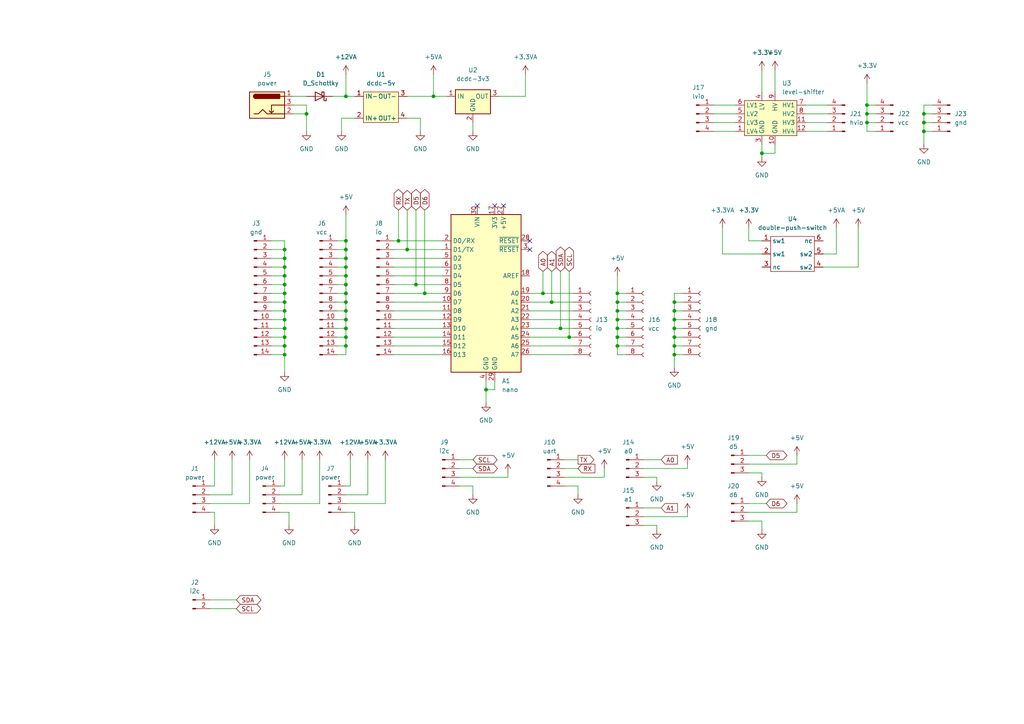
<source format=kicad_sch>
(kicad_sch (version 20211123) (generator eeschema)
  (paper "A4")
  (lib_symbols
    (symbol "Connector:Barrel_Jack_Switch" (pin_names hide)
      (property "Reference" "J" (at 0 5.334 0))
      (property "Value" "Barrel_Jack_Switch" (at 0 -5.08 0))
      (symbol "Barrel_Jack_Switch_0_1"
        (rectangle (start -5.08 3.81) (end 5.08 -3.81) (stroke (width 0.254)) (fill (type background)))
        (arc (start -3.302 3.175) (mid -3.937 2.54) (end -3.302 1.905) (stroke (width 0.254)))
        (arc (start -3.302 3.175) (mid -3.937 2.54) (end -3.302 1.905) (stroke (width 0.254)) (fill (type outline)))
        (polyline (pts (xy 1.27 -2.286) (xy 1.905 -1.651)) (stroke (width 0.254)))
        (polyline (pts (xy 5.08 2.54) (xy 3.81 2.54)) (stroke (width 0.254)))
        (polyline (pts (xy 5.08 0) (xy 1.27 0) (xy 1.27 -2.286) (xy 0.635 -1.651)) (stroke (width 0.254)))
        (polyline (pts (xy -3.81 -2.54) (xy -2.54 -2.54) (xy -1.27 -1.27) (xy 0 -2.54) (xy 2.54 -2.54) (xy 5.08 -2.54)) (stroke (width 0.254)))
        (rectangle (start 3.683 3.175) (end -3.302 1.905) (stroke (width 0.254)) (fill (type outline)))
      )
      (symbol "Barrel_Jack_Switch_1_1"
        (pin passive line (at 7.62 2.54 180) (length 2.54) (name "~") (number "1"))
        (pin passive line (at 7.62 -2.54 180) (length 2.54) (name "~") (number "2"))
        (pin passive line (at 7.62 0 180) (length 2.54) (name "~") (number "3"))
      )
    )
    (symbol "Connector:Conn_01x02_Male" (pin_names (offset 1.016) hide)
      (property "Reference" "J" (at 0 2.54 0))
      (property "Value" "Conn_01x02_Male" (at 0 -5.08 0))
      (symbol "Conn_01x02_Male_1_1"
        (polyline (pts (xy 1.27 -2.54) (xy 0.8636 -2.54)) (stroke (width 0.1524)))
        (polyline (pts (xy 1.27 0) (xy 0.8636 0)) (stroke (width 0.1524)))
        (rectangle (start 0.8636 -2.413) (end 0 -2.667) (stroke (width 0.1524)) (fill (type outline)))
        (rectangle (start 0.8636 0.127) (end 0 -0.127) (stroke (width 0.1524)) (fill (type outline)))
        (pin passive line (at 5.08 0 180) (length 3.81) (name "Pin_1") (number "1"))
        (pin passive line (at 5.08 -2.54 180) (length 3.81) (name "Pin_2") (number "2"))
      )
    )
    (symbol "Connector:Conn_01x03_Male" (pin_names (offset 1.016) hide)
      (property "Reference" "J" (at 0 5.08 0))
      (property "Value" "Conn_01x03_Male" (at 0 -5.08 0))
      (symbol "Conn_01x03_Male_1_1"
        (polyline (pts (xy 1.27 -2.54) (xy 0.8636 -2.54)) (stroke (width 0.1524)))
        (polyline (pts (xy 1.27 0) (xy 0.8636 0)) (stroke (width 0.1524)))
        (polyline (pts (xy 1.27 2.54) (xy 0.8636 2.54)) (stroke (width 0.1524)))
        (rectangle (start 0.8636 -2.413) (end 0 -2.667) (stroke (width 0.1524)) (fill (type outline)))
        (rectangle (start 0.8636 0.127) (end 0 -0.127) (stroke (width 0.1524)) (fill (type outline)))
        (rectangle (start 0.8636 2.667) (end 0 2.413) (stroke (width 0.1524)) (fill (type outline)))
        (pin passive line (at 5.08 2.54 180) (length 3.81) (name "Pin_1") (number "1"))
        (pin passive line (at 5.08 0 180) (length 3.81) (name "Pin_2") (number "2"))
        (pin passive line (at 5.08 -2.54 180) (length 3.81) (name "Pin_3") (number "3"))
      )
    )
    (symbol "Connector:Conn_01x04_Male" (pin_names (offset 1.016) hide)
      (property "Reference" "J" (at 0 5.08 0))
      (property "Value" "Conn_01x04_Male" (at 0 -7.62 0))
      (symbol "Conn_01x04_Male_1_1"
        (polyline (pts (xy 1.27 -5.08) (xy 0.8636 -5.08)) (stroke (width 0.1524)))
        (polyline (pts (xy 1.27 -2.54) (xy 0.8636 -2.54)) (stroke (width 0.1524)))
        (polyline (pts (xy 1.27 0) (xy 0.8636 0)) (stroke (width 0.1524)))
        (polyline (pts (xy 1.27 2.54) (xy 0.8636 2.54)) (stroke (width 0.1524)))
        (rectangle (start 0.8636 -4.953) (end 0 -5.207) (stroke (width 0.1524)) (fill (type outline)))
        (rectangle (start 0.8636 -2.413) (end 0 -2.667) (stroke (width 0.1524)) (fill (type outline)))
        (rectangle (start 0.8636 0.127) (end 0 -0.127) (stroke (width 0.1524)) (fill (type outline)))
        (rectangle (start 0.8636 2.667) (end 0 2.413) (stroke (width 0.1524)) (fill (type outline)))
        (pin passive line (at 5.08 2.54 180) (length 3.81) (name "Pin_1") (number "1"))
        (pin passive line (at 5.08 0 180) (length 3.81) (name "Pin_2") (number "2"))
        (pin passive line (at 5.08 -2.54 180) (length 3.81) (name "Pin_3") (number "3"))
        (pin passive line (at 5.08 -5.08 180) (length 3.81) (name "Pin_4") (number "4"))
      )
    )
    (symbol "Connector:Conn_01x08_Female" (pin_names (offset 1.016) hide)
      (property "Reference" "J" (at 0 10.16 0))
      (property "Value" "Conn_01x08_Female" (at 0 -12.7 0))
      (symbol "Conn_01x08_Female_1_1"
        (arc (start 0 -9.652) (mid -0.508 -10.16) (end 0 -10.668) (stroke (width 0.1524)))
        (arc (start 0 -7.112) (mid -0.508 -7.62) (end 0 -8.128) (stroke (width 0.1524)))
        (arc (start 0 -4.572) (mid -0.508 -5.08) (end 0 -5.588) (stroke (width 0.1524)))
        (arc (start 0 -2.032) (mid -0.508 -2.54) (end 0 -3.048) (stroke (width 0.1524)))
        (polyline (pts (xy -1.27 -10.16) (xy -0.508 -10.16)) (stroke (width 0.1524)))
        (polyline (pts (xy -1.27 -7.62) (xy -0.508 -7.62)) (stroke (width 0.1524)))
        (polyline (pts (xy -1.27 -5.08) (xy -0.508 -5.08)) (stroke (width 0.1524)))
        (polyline (pts (xy -1.27 -2.54) (xy -0.508 -2.54)) (stroke (width 0.1524)))
        (polyline (pts (xy -1.27 0) (xy -0.508 0)) (stroke (width 0.1524)))
        (polyline (pts (xy -1.27 2.54) (xy -0.508 2.54)) (stroke (width 0.1524)))
        (polyline (pts (xy -1.27 5.08) (xy -0.508 5.08)) (stroke (width 0.1524)))
        (polyline (pts (xy -1.27 7.62) (xy -0.508 7.62)) (stroke (width 0.1524)))
        (arc (start 0 0.508) (mid -0.508 0) (end 0 -0.508) (stroke (width 0.1524)))
        (arc (start 0 3.048) (mid -0.508 2.54) (end 0 2.032) (stroke (width 0.1524)))
        (arc (start 0 5.588) (mid -0.508 5.08) (end 0 4.572) (stroke (width 0.1524)))
        (arc (start 0 8.128) (mid -0.508 7.62) (end 0 7.112) (stroke (width 0.1524)))
        (pin passive line (at -5.08 7.62 0) (length 3.81) (name "Pin_1") (number "1"))
        (pin passive line (at -5.08 5.08 0) (length 3.81) (name "Pin_2") (number "2"))
        (pin passive line (at -5.08 2.54 0) (length 3.81) (name "Pin_3") (number "3"))
        (pin passive line (at -5.08 0 0) (length 3.81) (name "Pin_4") (number "4"))
        (pin passive line (at -5.08 -2.54 0) (length 3.81) (name "Pin_5") (number "5"))
        (pin passive line (at -5.08 -5.08 0) (length 3.81) (name "Pin_6") (number "6"))
        (pin passive line (at -5.08 -7.62 0) (length 3.81) (name "Pin_7") (number "7"))
        (pin passive line (at -5.08 -10.16 0) (length 3.81) (name "Pin_8") (number "8"))
      )
    )
    (symbol "Connector:Conn_01x14_Male" (pin_names (offset 1.016) hide)
      (property "Reference" "J" (at 0 17.78 0))
      (property "Value" "Conn_01x14_Male" (at 0 -20.32 0))
      (symbol "Conn_01x14_Male_1_1"
        (polyline (pts (xy 1.27 -17.78) (xy 0.8636 -17.78)) (stroke (width 0.1524)))
        (polyline (pts (xy 1.27 -15.24) (xy 0.8636 -15.24)) (stroke (width 0.1524)))
        (polyline (pts (xy 1.27 -12.7) (xy 0.8636 -12.7)) (stroke (width 0.1524)))
        (polyline (pts (xy 1.27 -10.16) (xy 0.8636 -10.16)) (stroke (width 0.1524)))
        (polyline (pts (xy 1.27 -7.62) (xy 0.8636 -7.62)) (stroke (width 0.1524)))
        (polyline (pts (xy 1.27 -5.08) (xy 0.8636 -5.08)) (stroke (width 0.1524)))
        (polyline (pts (xy 1.27 -2.54) (xy 0.8636 -2.54)) (stroke (width 0.1524)))
        (polyline (pts (xy 1.27 0) (xy 0.8636 0)) (stroke (width 0.1524)))
        (polyline (pts (xy 1.27 2.54) (xy 0.8636 2.54)) (stroke (width 0.1524)))
        (polyline (pts (xy 1.27 5.08) (xy 0.8636 5.08)) (stroke (width 0.1524)))
        (polyline (pts (xy 1.27 7.62) (xy 0.8636 7.62)) (stroke (width 0.1524)))
        (polyline (pts (xy 1.27 10.16) (xy 0.8636 10.16)) (stroke (width 0.1524)))
        (polyline (pts (xy 1.27 12.7) (xy 0.8636 12.7)) (stroke (width 0.1524)))
        (polyline (pts (xy 1.27 15.24) (xy 0.8636 15.24)) (stroke (width 0.1524)))
        (rectangle (start 0.8636 -17.653) (end 0 -17.907) (stroke (width 0.1524)) (fill (type outline)))
        (rectangle (start 0.8636 -15.113) (end 0 -15.367) (stroke (width 0.1524)) (fill (type outline)))
        (rectangle (start 0.8636 -12.573) (end 0 -12.827) (stroke (width 0.1524)) (fill (type outline)))
        (rectangle (start 0.8636 -10.033) (end 0 -10.287) (stroke (width 0.1524)) (fill (type outline)))
        (rectangle (start 0.8636 -7.493) (end 0 -7.747) (stroke (width 0.1524)) (fill (type outline)))
        (rectangle (start 0.8636 -4.953) (end 0 -5.207) (stroke (width 0.1524)) (fill (type outline)))
        (rectangle (start 0.8636 -2.413) (end 0 -2.667) (stroke (width 0.1524)) (fill (type outline)))
        (rectangle (start 0.8636 0.127) (end 0 -0.127) (stroke (width 0.1524)) (fill (type outline)))
        (rectangle (start 0.8636 2.667) (end 0 2.413) (stroke (width 0.1524)) (fill (type outline)))
        (rectangle (start 0.8636 5.207) (end 0 4.953) (stroke (width 0.1524)) (fill (type outline)))
        (rectangle (start 0.8636 7.747) (end 0 7.493) (stroke (width 0.1524)) (fill (type outline)))
        (rectangle (start 0.8636 10.287) (end 0 10.033) (stroke (width 0.1524)) (fill (type outline)))
        (rectangle (start 0.8636 12.827) (end 0 12.573) (stroke (width 0.1524)) (fill (type outline)))
        (rectangle (start 0.8636 15.367) (end 0 15.113) (stroke (width 0.1524)) (fill (type outline)))
        (pin passive line (at 5.08 15.24 180) (length 3.81) (name "Pin_1") (number "1"))
        (pin passive line (at 5.08 -7.62 180) (length 3.81) (name "Pin_10") (number "10"))
        (pin passive line (at 5.08 -10.16 180) (length 3.81) (name "Pin_11") (number "11"))
        (pin passive line (at 5.08 -12.7 180) (length 3.81) (name "Pin_12") (number "12"))
        (pin passive line (at 5.08 -15.24 180) (length 3.81) (name "Pin_13") (number "13"))
        (pin passive line (at 5.08 -17.78 180) (length 3.81) (name "Pin_14") (number "14"))
        (pin passive line (at 5.08 12.7 180) (length 3.81) (name "Pin_2") (number "2"))
        (pin passive line (at 5.08 10.16 180) (length 3.81) (name "Pin_3") (number "3"))
        (pin passive line (at 5.08 7.62 180) (length 3.81) (name "Pin_4") (number "4"))
        (pin passive line (at 5.08 5.08 180) (length 3.81) (name "Pin_5") (number "5"))
        (pin passive line (at 5.08 2.54 180) (length 3.81) (name "Pin_6") (number "6"))
        (pin passive line (at 5.08 0 180) (length 3.81) (name "Pin_7") (number "7"))
        (pin passive line (at 5.08 -2.54 180) (length 3.81) (name "Pin_8") (number "8"))
        (pin passive line (at 5.08 -5.08 180) (length 3.81) (name "Pin_9") (number "9"))
      )
    )
    (symbol "Converter_DCDC:OKI-78SR-3.3_1.5-W36-C"
      (property "Reference" "U" (at -3.81 3.175 0))
      (property "Value" "OKI-78SR-3.3_1.5-W36-C" (at 0 3.175 0))
      (symbol "OKI-78SR-3.3_1.5-W36-C_0_1"
        (rectangle (start -5.08 1.905) (end 5.08 -5.08) (stroke (width 0.254)) (fill (type background)))
      )
      (symbol "OKI-78SR-3.3_1.5-W36-C_1_1"
        (pin power_in line (at -7.62 0 0) (length 2.54) (name "IN") (number "1"))
        (pin power_in line (at 0 -7.62 90) (length 2.54) (name "GND") (number "2"))
        (pin power_out line (at 7.62 0 180) (length 2.54) (name "OUT") (number "3"))
      )
    )
    (symbol "Device:D_Schottky" (pin_numbers hide) (pin_names (offset 1.016) hide)
      (property "Reference" "D" (at 0 2.54 0))
      (property "Value" "D_Schottky" (at 0 -2.54 0))
      (symbol "D_Schottky_0_1"
        (polyline (pts (xy 1.27 0) (xy -1.27 0)))
        (polyline (pts (xy 1.27 1.27) (xy 1.27 -1.27) (xy -1.27 0) (xy 1.27 1.27)) (stroke (width 0.254)))
        (polyline (pts (xy -1.905 0.635) (xy -1.905 1.27) (xy -1.27 1.27) (xy -1.27 -1.27) (xy -0.635 -1.27) (xy -0.635 -0.635)) (stroke (width 0.254)))
      )
      (symbol "D_Schottky_1_1"
        (pin passive line (at -3.81 0 0) (length 2.54) (name "K") (number "1"))
        (pin passive line (at 3.81 0 180) (length 2.54) (name "A") (number "2"))
      )
    )
    (symbol "MCU_Module:Arduino_Nano_v3.x"
      (property "Reference" "A" (at -10.16 23.495 0))
      (property "Value" "Arduino_Nano_v3.x" (at 5.08 -24.13 0))
      (symbol "Arduino_Nano_v3.x_0_1"
        (rectangle (start -10.16 22.86) (end 10.16 -22.86) (stroke (width 0.254)) (fill (type background)))
      )
      (symbol "Arduino_Nano_v3.x_1_1"
        (pin bidirectional line (at -12.7 12.7 0) (length 2.54) (name "D1/TX") (number "1"))
        (pin bidirectional line (at -12.7 -2.54 0) (length 2.54) (name "D7") (number "10"))
        (pin bidirectional line (at -12.7 -5.08 0) (length 2.54) (name "D8") (number "11"))
        (pin bidirectional line (at -12.7 -7.62 0) (length 2.54) (name "D9") (number "12"))
        (pin bidirectional line (at -12.7 -10.16 0) (length 2.54) (name "D10") (number "13"))
        (pin bidirectional line (at -12.7 -12.7 0) (length 2.54) (name "D11") (number "14"))
        (pin bidirectional line (at -12.7 -15.24 0) (length 2.54) (name "D12") (number "15"))
        (pin bidirectional line (at -12.7 -17.78 0) (length 2.54) (name "D13") (number "16"))
        (pin power_out line (at 2.54 25.4 270) (length 2.54) (name "3V3") (number "17"))
        (pin input line (at 12.7 5.08 180) (length 2.54) (name "AREF") (number "18"))
        (pin bidirectional line (at 12.7 0 180) (length 2.54) (name "A0") (number "19"))
        (pin bidirectional line (at -12.7 15.24 0) (length 2.54) (name "D0/RX") (number "2"))
        (pin bidirectional line (at 12.7 -2.54 180) (length 2.54) (name "A1") (number "20"))
        (pin bidirectional line (at 12.7 -5.08 180) (length 2.54) (name "A2") (number "21"))
        (pin bidirectional line (at 12.7 -7.62 180) (length 2.54) (name "A3") (number "22"))
        (pin bidirectional line (at 12.7 -10.16 180) (length 2.54) (name "A4") (number "23"))
        (pin bidirectional line (at 12.7 -12.7 180) (length 2.54) (name "A5") (number "24"))
        (pin bidirectional line (at 12.7 -15.24 180) (length 2.54) (name "A6") (number "25"))
        (pin bidirectional line (at 12.7 -17.78 180) (length 2.54) (name "A7") (number "26"))
        (pin power_out line (at 5.08 25.4 270) (length 2.54) (name "+5V") (number "27"))
        (pin input line (at 12.7 15.24 180) (length 2.54) (name "~{RESET}") (number "28"))
        (pin power_in line (at 2.54 -25.4 90) (length 2.54) (name "GND") (number "29"))
        (pin input line (at 12.7 12.7 180) (length 2.54) (name "~{RESET}") (number "3"))
        (pin power_in line (at -2.54 25.4 270) (length 2.54) (name "VIN") (number "30"))
        (pin power_in line (at 0 -25.4 90) (length 2.54) (name "GND") (number "4"))
        (pin bidirectional line (at -12.7 10.16 0) (length 2.54) (name "D2") (number "5"))
        (pin bidirectional line (at -12.7 7.62 0) (length 2.54) (name "D3") (number "6"))
        (pin bidirectional line (at -12.7 5.08 0) (length 2.54) (name "D4") (number "7"))
        (pin bidirectional line (at -12.7 2.54 0) (length 2.54) (name "D5") (number "8"))
        (pin bidirectional line (at -12.7 0 0) (length 2.54) (name "D6") (number "9"))
      )
    )
    (symbol "My_Library:dcdc-converter"
      (property "Reference" "U" (at 0 0 0))
      (property "Value" "dcdc-converter" (at 0 0 0))
      (symbol "dcdc-converter_0_1"
        (rectangle (start 5.08 -3.81) (end -5.08 5.08) (fill (type background)))
      )
      (symbol "dcdc-converter_1_1"
        (pin power_in line (at -7.62 3.81 0) (length 2.54) (name "IN-") (number "1"))
        (pin power_in line (at -7.62 -2.54 0) (length 2.54) (name "IN+") (number "2"))
        (pin power_out line (at 7.62 3.81 180) (length 2.54) (name "OUT-") (number "3"))
        (pin power_out line (at 7.62 -2.54 180) (length 2.54) (name "OUT+") (number "4"))
      )
    )
    (symbol "My_Library:double-push-switch"
      (property "Reference" "U" (at 0 0 0))
      (property "Value" "double-push-switch" (at 0 8.89 0))
      (symbol "double-push-switch_0_1"
        (rectangle (start -6.35 5.08) (end 6.35 -5.08))
      )
      (symbol "double-push-switch_1_1"
        (pin power_out line (at -8.89 3.81 0) (length 2.54) (name "sw1") (number "1"))
        (pin power_in line (at -8.89 0 0) (length 2.54) (name "sw1") (number "2"))
        (pin free line (at -8.89 -3.81 0) (length 2.54) (name "nc") (number "3"))
        (pin power_out line (at 8.89 -3.81 180) (length 2.54) (name "sw2") (number "4"))
        (pin power_in line (at 8.89 0 180) (length 2.54) (name "sw2") (number "5"))
        (pin free line (at 8.89 3.81 180) (length 2.54) (name "nc") (number "6"))
      )
    )
    (symbol "My_Library:level-shifter"
      (property "Reference" "U" (at 0 0 0))
      (property "Value" "level-shifter" (at 0 0 0))
      (symbol "level-shifter_0_1"
        (rectangle (start -3.81 3.81) (end 11.43 -6.35) (fill (type background)))
      )
      (symbol "level-shifter_1_1"
        (pin bidirectional line (at -6.35 -5.08 0) (length 2.54) (name "LV4") (number "1"))
        (pin power_in line (at 5.08 -8.89 90) (length 2.54) (name "GND") (number "10"))
        (pin bidirectional line (at 13.97 -2.54 180) (length 2.54) (name "HV3") (number "11"))
        (pin bidirectional line (at 13.97 -5.08 180) (length 2.54) (name "HV4") (number "12"))
        (pin bidirectional line (at -6.35 -2.54 0) (length 2.54) (name "LV3") (number "2"))
        (pin power_in line (at 1.27 -8.89 90) (length 2.54) (name "GND") (number "3"))
        (pin power_in line (at 1.27 6.35 270) (length 2.54) (name "LV") (number "4"))
        (pin bidirectional line (at -6.35 0 0) (length 2.54) (name "LV2") (number "5"))
        (pin bidirectional line (at -6.35 2.54 0) (length 2.54) (name "LV1") (number "6"))
        (pin bidirectional line (at 13.97 2.54 180) (length 2.54) (name "HV1") (number "7"))
        (pin bidirectional line (at 13.97 0 180) (length 2.54) (name "HV2") (number "8"))
        (pin power_in line (at 5.08 6.35 270) (length 2.54) (name "HV") (number "9"))
      )
    )
    (symbol "power:+12VA" (power) (pin_names (offset 0))
      (property "Value" "+12VA" (at 0 3.556 0))
      (symbol "+12VA_0_1"
        (polyline (pts (xy -0.762 1.27) (xy 0 2.54)))
        (polyline (pts (xy 0 0) (xy 0 2.54)))
        (polyline (pts (xy 0 2.54) (xy 0.762 1.27)))
      )
      (symbol "+12VA_1_1"
        (pin power_in line (at 0 0 90) (length 0) hide (name "+12VA") (number "1"))
      )
    )
    (symbol "power:+3.3V" (power) (pin_names (offset 0))
      (property "Value" "+3.3V" (at 0 3.556 0))
      (symbol "+3.3V_0_1"
        (polyline (pts (xy -0.762 1.27) (xy 0 2.54)))
        (polyline (pts (xy 0 0) (xy 0 2.54)))
        (polyline (pts (xy 0 2.54) (xy 0.762 1.27)))
      )
      (symbol "+3.3V_1_1"
        (pin power_in line (at 0 0 90) (length 0) hide (name "+3.3V") (number "1"))
      )
    )
    (symbol "power:+3.3VA" (power) (pin_names (offset 0))
      (property "Value" "+3.3VA" (at 0 3.556 0))
      (symbol "+3.3VA_0_1"
        (polyline (pts (xy -0.762 1.27) (xy 0 2.54)))
        (polyline (pts (xy 0 0) (xy 0 2.54)))
        (polyline (pts (xy 0 2.54) (xy 0.762 1.27)))
      )
      (symbol "+3.3VA_1_1"
        (pin power_in line (at 0 0 90) (length 0) hide (name "+3.3VA") (number "1"))
      )
    )
    (symbol "power:+5V" (power) (pin_names (offset 0))
      (property "Value" "+5V" (at 0 3.556 0))
      (symbol "+5V_0_1"
        (polyline (pts (xy -0.762 1.27) (xy 0 2.54)))
        (polyline (pts (xy 0 0) (xy 0 2.54)))
        (polyline (pts (xy 0 2.54) (xy 0.762 1.27)))
      )
      (symbol "+5V_1_1"
        (pin power_in line (at 0 0 90) (length 0) hide (name "+5V") (number "1"))
      )
    )
    (symbol "power:+5VA" (power) (pin_names (offset 0))
      (property "Value" "+5VA" (at 0 3.556 0))
      (symbol "+5VA_0_1"
        (polyline (pts (xy -0.762 1.27) (xy 0 2.54)))
        (polyline (pts (xy 0 0) (xy 0 2.54)))
        (polyline (pts (xy 0 2.54) (xy 0.762 1.27)))
      )
      (symbol "+5VA_1_1"
        (pin power_in line (at 0 0 90) (length 0) hide (name "+5VA") (number "1"))
      )
    )
    (symbol "power:GND" (power) (pin_names (offset 0))
      (property "Value" "GND" (at 0 -3.81 0))
      (symbol "GND_0_1"
        (polyline (pts (xy 0 0) (xy 0 -1.27) (xy 1.27 -1.27) (xy 0 -2.54) (xy -1.27 -1.27) (xy 0 -1.27)))
      )
      (symbol "GND_1_1"
        (pin power_in line (at 0 0 270) (length 0) hide (name "GND") (number "1"))
      )
    )
  )
  (junction (at 100.33 95.25))
  (junction (at 100.33 92.71))
  (junction (at 82.55 100.33))
  (junction (at 267.97 33.02))
  (junction (at 179.07 87.63))
  (junction (at 220.98 44.45))
  (junction (at 162.56 95.25))
  (junction (at 140.97 113.03))
  (junction (at 118.11 72.39))
  (junction (at 100.33 87.63))
  (junction (at 100.33 74.93))
  (junction (at 82.55 72.39))
  (junction (at 82.55 97.79))
  (junction (at 82.55 92.71))
  (junction (at 100.33 80.01))
  (junction (at 179.07 90.17))
  (junction (at 82.55 87.63))
  (junction (at 100.33 82.55))
  (junction (at 123.19 85.09))
  (junction (at 179.07 95.25))
  (junction (at 82.55 102.87))
  (junction (at 100.33 90.17))
  (junction (at 82.55 82.55))
  (junction (at 100.33 85.09))
  (junction (at 267.97 38.1))
  (junction (at 82.55 95.25))
  (junction (at 82.55 77.47))
  (junction (at 195.58 87.63))
  (junction (at 82.55 85.09))
  (junction (at 195.58 95.25))
  (junction (at 251.46 35.56))
  (junction (at 82.55 90.17))
  (junction (at 100.33 77.47))
  (junction (at 100.33 69.85))
  (junction (at 115.57 69.85))
  (junction (at 100.33 27.94))
  (junction (at 179.07 100.33))
  (junction (at 100.33 100.33))
  (junction (at 179.07 92.71))
  (junction (at 267.97 35.56))
  (junction (at 179.07 97.79))
  (junction (at 125.73 27.94))
  (junction (at 120.65 82.55))
  (junction (at 82.55 80.01))
  (junction (at 157.48 85.09))
  (junction (at 88.9 33.02))
  (junction (at 195.58 100.33))
  (junction (at 160.02 87.63))
  (junction (at 179.07 85.09))
  (junction (at 195.58 97.79))
  (junction (at 251.46 33.02))
  (junction (at 195.58 102.87))
  (junction (at 100.33 97.79))
  (junction (at 195.58 92.71))
  (junction (at 100.33 72.39))
  (junction (at 251.46 30.48))
  (junction (at 165.1 97.79))
  (junction (at 195.58 90.17))
  (junction (at 82.55 74.93))
  (no_connect (at 146.05 59.69))
  (no_connect (at 143.51 59.69))
  (no_connect (at 138.43 59.69))
  (no_connect (at 153.67 69.85))
  (no_connect (at 153.67 72.39))
  (wire (pts (xy 97.79 77.47) (xy 100.33 77.47)))
  (wire (pts (xy 81.28 148.59) (xy 83.82 148.59)))
  (wire (pts (xy 133.35 140.97) (xy 137.16 140.97)))
  (wire (pts (xy 114.3 102.87) (xy 128.27 102.87)))
  (wire (pts (xy 179.07 80.01) (xy 179.07 85.09)))
  (wire (pts (xy 85.09 27.94) (xy 88.9 27.94)))
  (wire (pts (xy 60.96 143.51) (xy 67.31 143.51)))
  (wire (pts (xy 100.33 77.47) (xy 100.33 74.93)))
  (wire (pts (xy 231.14 148.59) (xy 231.14 146.05)))
  (wire (pts (xy 186.69 152.4) (xy 190.5 152.4)))
  (wire (pts (xy 251.46 30.48) (xy 251.46 33.02)))
  (wire (pts (xy 97.79 82.55) (xy 100.33 82.55)))
  (wire (pts (xy 238.76 77.47) (xy 248.92 77.47)))
  (wire (pts (xy 60.96 148.59) (xy 62.23 148.59)))
  (wire (pts (xy 62.23 148.59) (xy 62.23 152.4)))
  (wire (pts (xy 217.17 146.05) (xy 222.25 146.05)))
  (wire (pts (xy 224.79 41.91) (xy 224.79 44.45)))
  (wire (pts (xy 199.39 149.86) (xy 199.39 148.59)))
  (wire (pts (xy 82.55 82.55) (xy 82.55 85.09)))
  (wire (pts (xy 78.74 102.87) (xy 82.55 102.87)))
  (wire (pts (xy 114.3 90.17) (xy 128.27 90.17)))
  (wire (pts (xy 251.46 33.02) (xy 251.46 35.56)))
  (wire (pts (xy 248.92 77.47) (xy 248.92 66.04)))
  (wire (pts (xy 81.28 140.97) (xy 82.55 140.97)))
  (wire (pts (xy 179.07 97.79) (xy 179.07 95.25)))
  (wire (pts (xy 114.3 100.33) (xy 128.27 100.33)))
  (wire (pts (xy 186.69 147.32) (xy 191.77 147.32)))
  (wire (pts (xy 163.83 133.35) (xy 167.64 133.35)))
  (wire (pts (xy 62.23 140.97) (xy 60.96 140.97)))
  (wire (pts (xy 195.58 102.87) (xy 195.58 106.68)))
  (wire (pts (xy 121.92 34.29) (xy 121.92 38.1)))
  (wire (pts (xy 78.74 100.33) (xy 82.55 100.33)))
  (wire (pts (xy 186.69 135.89) (xy 199.39 135.89)))
  (wire (pts (xy 120.65 82.55) (xy 128.27 82.55)))
  (wire (pts (xy 220.98 20.32) (xy 220.98 26.67)))
  (wire (pts (xy 190.5 152.4) (xy 190.5 153.67)))
  (wire (pts (xy 217.17 69.85) (xy 220.98 69.85)))
  (wire (pts (xy 181.61 87.63) (xy 179.07 87.63)))
  (wire (pts (xy 179.07 100.33) (xy 179.07 97.79)))
  (wire (pts (xy 100.33 21.59) (xy 100.33 27.94)))
  (wire (pts (xy 217.17 132.08) (xy 222.25 132.08)))
  (wire (pts (xy 82.55 80.01) (xy 82.55 82.55)))
  (wire (pts (xy 153.67 95.25) (xy 162.56 95.25)))
  (wire (pts (xy 165.1 78.74) (xy 165.1 97.79)))
  (wire (pts (xy 270.51 35.56) (xy 267.97 35.56)))
  (wire (pts (xy 114.3 85.09) (xy 123.19 85.09)))
  (wire (pts (xy 100.33 148.59) (xy 102.87 148.59)))
  (wire (pts (xy 186.69 138.43) (xy 190.5 138.43)))
  (wire (pts (xy 81.28 143.51) (xy 87.63 143.51)))
  (wire (pts (xy 152.4 21.59) (xy 152.4 27.94)))
  (wire (pts (xy 198.12 97.79) (xy 195.58 97.79)))
  (wire (pts (xy 114.3 77.47) (xy 128.27 77.47)))
  (wire (pts (xy 198.12 100.33) (xy 195.58 100.33)))
  (wire (pts (xy 163.83 138.43) (xy 175.26 138.43)))
  (wire (pts (xy 114.3 87.63) (xy 128.27 87.63)))
  (wire (pts (xy 153.67 97.79) (xy 165.1 97.79)))
  (wire (pts (xy 251.46 24.13) (xy 251.46 30.48)))
  (wire (pts (xy 82.55 87.63) (xy 82.55 90.17)))
  (wire (pts (xy 78.74 69.85) (xy 82.55 69.85)))
  (wire (pts (xy 179.07 87.63) (xy 179.07 85.09)))
  (wire (pts (xy 224.79 20.32) (xy 224.79 26.67)))
  (wire (pts (xy 97.79 72.39) (xy 100.33 72.39)))
  (wire (pts (xy 160.02 78.74) (xy 160.02 87.63)))
  (wire (pts (xy 82.55 85.09) (xy 82.55 87.63)))
  (wire (pts (xy 143.51 110.49) (xy 143.51 113.03)))
  (wire (pts (xy 125.73 27.94) (xy 129.54 27.94)))
  (wire (pts (xy 217.17 66.04) (xy 217.17 69.85)))
  (wire (pts (xy 100.33 27.94) (xy 102.87 27.94)))
  (wire (pts (xy 100.33 85.09) (xy 100.33 82.55)))
  (wire (pts (xy 133.35 138.43) (xy 147.32 138.43)))
  (wire (pts (xy 97.79 102.87) (xy 100.33 102.87)))
  (wire (pts (xy 267.97 33.02) (xy 267.97 35.56)))
  (wire (pts (xy 97.79 95.25) (xy 100.33 95.25)))
  (wire (pts (xy 140.97 110.49) (xy 140.97 113.03)))
  (wire (pts (xy 186.69 149.86) (xy 199.39 149.86)))
  (wire (pts (xy 251.46 38.1) (xy 254 38.1)))
  (wire (pts (xy 78.74 77.47) (xy 82.55 77.47)))
  (wire (pts (xy 97.79 80.01) (xy 100.33 80.01)))
  (wire (pts (xy 82.55 92.71) (xy 82.55 95.25)))
  (wire (pts (xy 78.74 90.17) (xy 82.55 90.17)))
  (wire (pts (xy 97.79 74.93) (xy 100.33 74.93)))
  (wire (pts (xy 137.16 35.56) (xy 137.16 38.1)))
  (wire (pts (xy 97.79 92.71) (xy 100.33 92.71)))
  (wire (pts (xy 100.33 97.79) (xy 100.33 95.25)))
  (wire (pts (xy 81.28 146.05) (xy 92.71 146.05)))
  (wire (pts (xy 123.19 60.96) (xy 123.19 85.09)))
  (wire (pts (xy 217.17 151.13) (xy 220.98 151.13)))
  (wire (pts (xy 100.33 140.97) (xy 101.6 140.97)))
  (wire (pts (xy 100.33 92.71) (xy 100.33 90.17)))
  (wire (pts (xy 78.74 95.25) (xy 82.55 95.25)))
  (wire (pts (xy 198.12 95.25) (xy 195.58 95.25)))
  (wire (pts (xy 270.51 38.1) (xy 267.97 38.1)))
  (wire (pts (xy 160.02 87.63) (xy 166.37 87.63)))
  (wire (pts (xy 99.06 34.29) (xy 99.06 38.1)))
  (wire (pts (xy 78.74 85.09) (xy 82.55 85.09)))
  (wire (pts (xy 82.55 69.85) (xy 82.55 72.39)))
  (wire (pts (xy 181.61 92.71) (xy 179.07 92.71)))
  (wire (pts (xy 195.58 95.25) (xy 195.58 97.79)))
  (wire (pts (xy 133.35 133.35) (xy 137.16 133.35)))
  (wire (pts (xy 175.26 138.43) (xy 175.26 135.89)))
  (wire (pts (xy 181.61 100.33) (xy 179.07 100.33)))
  (wire (pts (xy 153.67 92.71) (xy 166.37 92.71)))
  (wire (pts (xy 195.58 87.63) (xy 195.58 90.17)))
  (wire (pts (xy 125.73 21.59) (xy 125.73 27.94)))
  (wire (pts (xy 195.58 90.17) (xy 195.58 92.71)))
  (wire (pts (xy 100.33 82.55) (xy 100.33 80.01)))
  (wire (pts (xy 179.07 90.17) (xy 179.07 87.63)))
  (wire (pts (xy 83.82 148.59) (xy 83.82 152.4)))
  (wire (pts (xy 198.12 87.63) (xy 195.58 87.63)))
  (wire (pts (xy 72.39 146.05) (xy 72.39 133.35)))
  (wire (pts (xy 163.83 135.89) (xy 167.64 135.89)))
  (wire (pts (xy 123.19 85.09) (xy 128.27 85.09)))
  (wire (pts (xy 144.78 27.94) (xy 152.4 27.94)))
  (wire (pts (xy 153.67 85.09) (xy 157.48 85.09)))
  (wire (pts (xy 270.51 33.02) (xy 267.97 33.02)))
  (wire (pts (xy 101.6 140.97) (xy 101.6 133.35)))
  (wire (pts (xy 220.98 41.91) (xy 220.98 44.45)))
  (wire (pts (xy 118.11 27.94) (xy 125.73 27.94)))
  (wire (pts (xy 209.55 73.66) (xy 220.98 73.66)))
  (wire (pts (xy 100.33 72.39) (xy 100.33 69.85)))
  (wire (pts (xy 87.63 143.51) (xy 87.63 133.35)))
  (wire (pts (xy 231.14 134.62) (xy 231.14 132.08)))
  (wire (pts (xy 100.33 74.93) (xy 100.33 72.39)))
  (wire (pts (xy 153.67 87.63) (xy 160.02 87.63)))
  (wire (pts (xy 82.55 140.97) (xy 82.55 133.35)))
  (wire (pts (xy 167.64 140.97) (xy 167.64 143.51)))
  (wire (pts (xy 220.98 151.13) (xy 220.98 153.67)))
  (wire (pts (xy 97.79 85.09) (xy 100.33 85.09)))
  (wire (pts (xy 118.11 34.29) (xy 121.92 34.29)))
  (wire (pts (xy 162.56 78.74) (xy 162.56 95.25)))
  (wire (pts (xy 198.12 92.71) (xy 195.58 92.71)))
  (wire (pts (xy 147.32 138.43) (xy 147.32 137.16)))
  (wire (pts (xy 224.79 44.45) (xy 220.98 44.45)))
  (wire (pts (xy 181.61 95.25) (xy 179.07 95.25)))
  (wire (pts (xy 82.55 77.47) (xy 82.55 80.01)))
  (wire (pts (xy 157.48 78.74) (xy 157.48 85.09)))
  (wire (pts (xy 251.46 35.56) (xy 254 35.56)))
  (wire (pts (xy 67.31 143.51) (xy 67.31 133.35)))
  (wire (pts (xy 207.01 35.56) (xy 213.36 35.56)))
  (wire (pts (xy 220.98 44.45) (xy 220.98 45.72)))
  (wire (pts (xy 195.58 100.33) (xy 195.58 102.87)))
  (wire (pts (xy 186.69 133.35) (xy 191.77 133.35)))
  (wire (pts (xy 207.01 33.02) (xy 213.36 33.02)))
  (wire (pts (xy 100.33 143.51) (xy 106.68 143.51)))
  (wire (pts (xy 133.35 135.89) (xy 137.16 135.89)))
  (wire (pts (xy 60.96 173.99) (xy 68.58 173.99)))
  (wire (pts (xy 140.97 113.03) (xy 140.97 116.84)))
  (wire (pts (xy 217.17 137.16) (xy 220.98 137.16)))
  (wire (pts (xy 114.3 92.71) (xy 128.27 92.71)))
  (wire (pts (xy 181.61 90.17) (xy 179.07 90.17)))
  (wire (pts (xy 209.55 66.04) (xy 209.55 73.66)))
  (wire (pts (xy 179.07 102.87) (xy 179.07 100.33)))
  (wire (pts (xy 233.68 35.56) (xy 240.03 35.56)))
  (wire (pts (xy 238.76 73.66) (xy 242.57 73.66)))
  (wire (pts (xy 82.55 97.79) (xy 82.55 100.33)))
  (wire (pts (xy 267.97 35.56) (xy 267.97 38.1)))
  (wire (pts (xy 88.9 33.02) (xy 88.9 38.1)))
  (wire (pts (xy 100.33 90.17) (xy 100.33 87.63)))
  (wire (pts (xy 179.07 85.09) (xy 181.61 85.09)))
  (wire (pts (xy 88.9 30.48) (xy 88.9 33.02)))
  (wire (pts (xy 100.33 87.63) (xy 100.33 85.09)))
  (wire (pts (xy 195.58 85.09) (xy 195.58 87.63)))
  (wire (pts (xy 114.3 97.79) (xy 128.27 97.79)))
  (wire (pts (xy 251.46 35.56) (xy 251.46 38.1)))
  (wire (pts (xy 270.51 30.48) (xy 267.97 30.48)))
  (wire (pts (xy 153.67 100.33) (xy 166.37 100.33)))
  (wire (pts (xy 199.39 135.89) (xy 199.39 134.62)))
  (wire (pts (xy 97.79 87.63) (xy 100.33 87.63)))
  (wire (pts (xy 233.68 30.48) (xy 240.03 30.48)))
  (wire (pts (xy 181.61 102.87) (xy 179.07 102.87)))
  (wire (pts (xy 143.51 113.03) (xy 140.97 113.03)))
  (wire (pts (xy 100.33 95.25) (xy 100.33 92.71)))
  (wire (pts (xy 198.12 85.09) (xy 195.58 85.09)))
  (wire (pts (xy 60.96 176.53) (xy 68.58 176.53)))
  (wire (pts (xy 82.55 95.25) (xy 82.55 97.79)))
  (wire (pts (xy 62.23 133.35) (xy 62.23 140.97)))
  (wire (pts (xy 78.74 80.01) (xy 82.55 80.01)))
  (wire (pts (xy 198.12 90.17) (xy 195.58 90.17)))
  (wire (pts (xy 242.57 73.66) (xy 242.57 66.04)))
  (wire (pts (xy 114.3 72.39) (xy 118.11 72.39)))
  (wire (pts (xy 114.3 69.85) (xy 115.57 69.85)))
  (wire (pts (xy 267.97 30.48) (xy 267.97 33.02)))
  (wire (pts (xy 82.55 90.17) (xy 82.55 92.71)))
  (wire (pts (xy 115.57 60.96) (xy 115.57 69.85)))
  (wire (pts (xy 82.55 74.93) (xy 82.55 77.47)))
  (wire (pts (xy 114.3 82.55) (xy 120.65 82.55)))
  (wire (pts (xy 96.52 27.94) (xy 100.33 27.94)))
  (wire (pts (xy 114.3 95.25) (xy 128.27 95.25)))
  (wire (pts (xy 251.46 33.02) (xy 254 33.02)))
  (wire (pts (xy 82.55 102.87) (xy 82.55 107.95)))
  (wire (pts (xy 153.67 90.17) (xy 166.37 90.17)))
  (wire (pts (xy 114.3 80.01) (xy 128.27 80.01)))
  (wire (pts (xy 179.07 95.25) (xy 179.07 92.71)))
  (wire (pts (xy 100.33 100.33) (xy 100.33 97.79)))
  (wire (pts (xy 190.5 138.43) (xy 190.5 139.7)))
  (wire (pts (xy 163.83 140.97) (xy 167.64 140.97)))
  (wire (pts (xy 207.01 38.1) (xy 213.36 38.1)))
  (wire (pts (xy 97.79 97.79) (xy 100.33 97.79)))
  (wire (pts (xy 82.55 72.39) (xy 82.55 74.93)))
  (wire (pts (xy 102.87 34.29) (xy 99.06 34.29)))
  (wire (pts (xy 78.74 87.63) (xy 82.55 87.63)))
  (wire (pts (xy 267.97 38.1) (xy 267.97 41.91)))
  (wire (pts (xy 217.17 148.59) (xy 231.14 148.59)))
  (wire (pts (xy 118.11 60.96) (xy 118.11 72.39)))
  (wire (pts (xy 118.11 72.39) (xy 128.27 72.39)))
  (wire (pts (xy 102.87 148.59) (xy 102.87 152.4)))
  (wire (pts (xy 217.17 134.62) (xy 231.14 134.62)))
  (wire (pts (xy 195.58 97.79) (xy 195.58 100.33)))
  (wire (pts (xy 92.71 146.05) (xy 92.71 133.35)))
  (wire (pts (xy 100.33 102.87) (xy 100.33 100.33)))
  (wire (pts (xy 78.74 74.93) (xy 82.55 74.93)))
  (wire (pts (xy 60.96 146.05) (xy 72.39 146.05)))
  (wire (pts (xy 251.46 30.48) (xy 254 30.48)))
  (wire (pts (xy 233.68 33.02) (xy 240.03 33.02)))
  (wire (pts (xy 181.61 97.79) (xy 179.07 97.79)))
  (wire (pts (xy 220.98 137.16) (xy 220.98 138.43)))
  (wire (pts (xy 233.68 38.1) (xy 240.03 38.1)))
  (wire (pts (xy 100.33 69.85) (xy 100.33 62.23)))
  (wire (pts (xy 157.48 85.09) (xy 166.37 85.09)))
  (wire (pts (xy 137.16 140.97) (xy 137.16 143.51)))
  (wire (pts (xy 207.01 30.48) (xy 213.36 30.48)))
  (wire (pts (xy 165.1 97.79) (xy 166.37 97.79)))
  (wire (pts (xy 100.33 146.05) (xy 111.76 146.05)))
  (wire (pts (xy 78.74 92.71) (xy 82.55 92.71)))
  (wire (pts (xy 85.09 30.48) (xy 88.9 30.48)))
  (wire (pts (xy 162.56 95.25) (xy 166.37 95.25)))
  (wire (pts (xy 115.57 69.85) (xy 128.27 69.85)))
  (wire (pts (xy 195.58 92.71) (xy 195.58 95.25)))
  (wire (pts (xy 97.79 69.85) (xy 100.33 69.85)))
  (wire (pts (xy 78.74 82.55) (xy 82.55 82.55)))
  (wire (pts (xy 153.67 102.87) (xy 166.37 102.87)))
  (wire (pts (xy 97.79 100.33) (xy 100.33 100.33)))
  (wire (pts (xy 78.74 97.79) (xy 82.55 97.79)))
  (wire (pts (xy 78.74 72.39) (xy 82.55 72.39)))
  (wire (pts (xy 120.65 60.96) (xy 120.65 82.55)))
  (wire (pts (xy 198.12 102.87) (xy 195.58 102.87)))
  (wire (pts (xy 82.55 100.33) (xy 82.55 102.87)))
  (wire (pts (xy 114.3 74.93) (xy 128.27 74.93)))
  (wire (pts (xy 106.68 143.51) (xy 106.68 133.35)))
  (wire (pts (xy 85.09 33.02) (xy 88.9 33.02)))
  (wire (pts (xy 179.07 92.71) (xy 179.07 90.17)))
  (wire (pts (xy 111.76 146.05) (xy 111.76 133.35)))
  (wire (pts (xy 97.79 90.17) (xy 100.33 90.17)))
  (wire (pts (xy 100.33 80.01) (xy 100.33 77.47)))
  (global_label "SCL" (shape bidirectional) (at 137.16 133.35 0) (property "Intersheet References" "${INTERSHEET_REFS}" (effects hide)))
  (global_label "A0" (shape input) (at 191.77 133.35 0) (property "Intersheet References" "${INTERSHEET_REFS}" (effects hide)))
  (global_label "D5" (shape bidirectional) (at 222.25 132.08 0) (property "Intersheet References" "${INTERSHEET_REFS}" (effects hide)))
  (global_label "SCL" (shape bidirectional) (at 68.58 176.53 0) (property "Intersheet References" "${INTERSHEET_REFS}" (effects hide)))
  (global_label "D6" (shape bidirectional) (at 123.19 60.96 90) (property "Intersheet References" "${INTERSHEET_REFS}" (effects hide)))
  (global_label "D5" (shape bidirectional) (at 120.65 60.96 90) (property "Intersheet References" "${INTERSHEET_REFS}" (effects hide)))
  (global_label "SDA" (shape bidirectional) (at 137.16 135.89 0) (property "Intersheet References" "${INTERSHEET_REFS}" (effects hide)))
  (global_label "SCL" (shape bidirectional) (at 165.1 78.74 90) (property "Intersheet References" "${INTERSHEET_REFS}" (effects hide)))
  (global_label "A0" (shape bidirectional) (at 157.48 78.74 90) (property "Intersheet References" "${INTERSHEET_REFS}" (effects hide)))
  (global_label "TX" (shape output) (at 167.64 133.35 0) (property "Intersheet References" "${INTERSHEET_REFS}" (effects hide)))
  (global_label "SDA" (shape bidirectional) (at 68.58 173.99 0) (property "Intersheet References" "${INTERSHEET_REFS}" (effects hide)))
  (global_label "RX" (shape input) (at 167.64 135.89 0) (property "Intersheet References" "${INTERSHEET_REFS}" (effects hide)))
  (global_label "A1" (shape input) (at 191.77 147.32 0) (property "Intersheet References" "${INTERSHEET_REFS}" (effects hide)))
  (global_label "RX" (shape bidirectional) (at 115.57 60.96 90) (property "Intersheet References" "${INTERSHEET_REFS}" (effects hide)))
  (global_label "TX" (shape bidirectional) (at 118.11 60.96 90) (property "Intersheet References" "${INTERSHEET_REFS}" (effects hide)))
  (global_label "SDA" (shape bidirectional) (at 162.56 78.74 90) (property "Intersheet References" "${INTERSHEET_REFS}" (effects hide)))
  (global_label "D6" (shape bidirectional) (at 222.25 146.05 0) (property "Intersheet References" "${INTERSHEET_REFS}" (effects hide)))
  (global_label "A1" (shape bidirectional) (at 160.02 78.74 90) (property "Intersheet References" "${INTERSHEET_REFS}" (effects hide)))
  (symbol (lib_id "power:+12VA") (at 101.6 133.35 0) (unit 1)
    (property "Reference" "#PWR0128" (effects hide))
    (property "Value" "+12VA" (at 101.6 128.27 0))
  )
  (symbol (lib_id "Connector:Conn_01x08_Female") (at 186.69 92.71 0) (unit 1)
    (property "Reference" "J16" (at 187.96 92.7099 0) (effects (justify left)))
    (property "Value" "vcc" (at 187.96 95.2499 0) (effects (justify left)))
    (property "Footprint" "Connector_PinSocket_2.54mm:PinSocket_1x08_P2.54mm_Vertical" (effects hide))
  )
  (symbol (lib_id "Connector:Conn_01x04_Male") (at 245.11 35.56 180) (unit 1)
    (property "Reference" "J21" (at 246.38 33.0199 0) (effects (justify right)))
    (property "Value" "hvio" (at 246.38 35.5599 0) (effects (justify right)))
    (property "Footprint" "Connector_PinSocket_2.54mm:PinSocket_1x04_P2.54mm_Vertical" (effects hide))
  )
  (symbol (lib_id "power:GND") (at 82.55 107.95 0) (unit 1)
    (property "Reference" "#PWR0134" (effects hide))
    (property "Value" "GND" (at 82.55 113.03 0))
  )
  (symbol (lib_id "Connector:Conn_01x03_Male") (at 181.61 135.89 0) (unit 1)
    (property "Reference" "J14" (at 182.245 128.27 0))
    (property "Value" "a0" (at 182.245 130.81 0))
    (property "Footprint" "Connector_PinSocket_2.54mm:PinSocket_1x03_P2.54mm_Vertical" (effects hide))
  )
  (symbol (lib_id "power:GND") (at 137.16 38.1 0) (unit 1)
    (property "Reference" "#PWR0125" (effects hide))
    (property "Value" "GND" (at 137.16 43.18 0))
  )
  (symbol (lib_id "power:+5V") (at 175.26 135.89 0) (unit 1)
    (property "Reference" "#PWR0107" (effects hide))
    (property "Value" "+5V" (at 175.26 130.81 0))
  )
  (symbol (lib_id "power:+3.3VA") (at 92.71 133.35 0) (unit 1)
    (property "Reference" "#PWR0129" (effects hide))
    (property "Value" "+3.3VA" (at 92.71 128.27 0))
  )
  (symbol (lib_id "Connector:Conn_01x04_Male") (at 201.93 33.02 0) (unit 1)
    (property "Reference" "J17" (at 202.565 25.4 0))
    (property "Value" "lvio" (at 202.565 27.94 0))
    (property "Footprint" "Connector_PinSocket_2.54mm:PinSocket_1x04_P2.54mm_Vertical" (effects hide))
  )
  (symbol (lib_id "My_Library:dcdc-converter") (at 110.49 31.75 0) (unit 1)
    (property "Reference" "U1" (at 110.49 21.59 0))
    (property "Value" "dcdc-5v" (at 110.49 24.13 0))
    (property "Footprint" "my-packages:dcdc-converter" (effects hide))
  )
  (symbol (lib_id "power:+5V") (at 179.07 80.01 0) (unit 1)
    (property "Reference" "#PWR0111" (effects hide))
    (property "Value" "+5V" (at 179.07 74.93 0))
  )
  (symbol (lib_id "power:+12VA") (at 62.23 133.35 0) (unit 1)
    (property "Reference" "#PWR0139" (effects hide))
    (property "Value" "+12VA" (at 62.23 128.27 0))
  )
  (symbol (lib_id "power:+3.3VA") (at 72.39 133.35 0) (unit 1)
    (property "Reference" "#PWR0140" (effects hide))
    (property "Value" "+3.3VA" (at 72.39 128.27 0))
  )
  (symbol (lib_id "power:+3.3V") (at 251.46 24.13 0) (unit 1)
    (property "Reference" "#PWR0142" (effects hide))
    (property "Value" "+3.3V" (at 251.46 19.05 0))
  )
  (symbol (lib_id "power:GND") (at 88.9 38.1 0) (unit 1)
    (property "Reference" "#PWR0120" (effects hide))
    (property "Value" "GND" (at 88.9 43.18 0))
  )
  (symbol (lib_id "Connector:Conn_01x03_Male") (at 181.61 149.86 0) (unit 1)
    (property "Reference" "J15" (at 182.245 142.24 0))
    (property "Value" "a1" (at 182.245 144.78 0))
    (property "Footprint" "Connector_PinSocket_2.54mm:PinSocket_1x03_P2.54mm_Vertical" (effects hide))
  )
  (symbol (lib_id "power:GND") (at 62.23 152.4 0) (unit 1)
    (property "Reference" "#PWR0135" (effects hide))
    (property "Value" "GND" (at 62.23 157.48 0))
  )
  (symbol (lib_id "power:GND") (at 140.97 116.84 0) (unit 1)
    (property "Reference" "#PWR0118" (effects hide))
    (property "Value" "GND" (at 140.97 121.92 0))
  )
  (symbol (lib_id "power:GND") (at 83.82 152.4 0) (unit 1)
    (property "Reference" "#PWR0136" (effects hide))
    (property "Value" "GND" (at 83.82 157.48 0))
  )
  (symbol (lib_id "power:+3.3VA") (at 111.76 133.35 0) (unit 1)
    (property "Reference" "#PWR0131" (effects hide))
    (property "Value" "+3.3VA" (at 111.76 128.27 0))
  )
  (symbol (lib_id "Connector:Conn_01x04_Male") (at 55.88 143.51 0) (unit 1)
    (property "Reference" "J1" (at 56.515 135.89 0))
    (property "Value" "power" (at 56.515 138.43 0))
    (property "Footprint" "TerminalBlock:TerminalBlock_bornier-4_P5.08mm" (effects hide))
  )
  (symbol (lib_id "power:GND") (at 220.98 45.72 0) (unit 1)
    (property "Reference" "#PWR0114" (effects hide))
    (property "Value" "GND" (at 220.98 50.8 0))
  )
  (symbol (lib_id "MCU_Module:Arduino_Nano_v3.x") (at 140.97 85.09 0) (unit 1)
    (property "Reference" "A1" (at 145.5294 110.49 0) (effects (justify left)))
    (property "Value" "nano" (at 145.5294 113.03 0) (effects (justify left)))
    (property "Footprint" "Module:Arduino_Nano" (effects hide))
    (property "Datasheet" "http://www.mouser.com/pdfdocs/Gravitech_Arduino_Nano3_0.pdf" (effects hide))
  )
  (symbol (lib_id "power:GND") (at 220.98 153.67 0) (unit 1)
    (property "Reference" "#PWR0104" (effects hide))
    (property "Value" "GND" (at 220.98 158.75 0))
  )
  (symbol (lib_id "Connector:Conn_01x14_Male") (at 92.71 85.09 0) (unit 1)
    (property "Reference" "J6" (at 93.345 64.77 0))
    (property "Value" "vcc" (at 93.345 67.31 0))
    (property "Footprint" "Connector_PinSocket_2.54mm:PinSocket_1x14_P2.54mm_Vertical" (effects hide))
  )
  (symbol (lib_id "power:GND") (at 99.06 38.1 0) (unit 1)
    (property "Reference" "#PWR0122" (effects hide))
    (property "Value" "GND" (at 99.06 43.18 0))
  )
  (symbol (lib_id "Connector:Conn_01x08_Female") (at 171.45 92.71 0) (unit 1)
    (property "Reference" "J13" (at 172.72 92.7099 0) (effects (justify left)))
    (property "Value" "io" (at 172.72 95.2499 0) (effects (justify left)))
    (property "Footprint" "Connector_PinSocket_2.54mm:PinSocket_1x08_P2.54mm_Vertical" (effects hide))
  )
  (symbol (lib_id "power:+3.3V") (at 217.17 66.04 0) (unit 1)
    (property "Reference" "#PWR0116" (effects hide))
    (property "Value" "+3.3V" (at 217.17 60.96 0))
  )
  (symbol (lib_id "power:GND") (at 190.5 153.67 0) (unit 1)
    (property "Reference" "#PWR0101" (effects hide))
    (property "Value" "GND" (at 190.5 158.75 0))
  )
  (symbol (lib_id "Connector:Conn_01x03_Male") (at 212.09 148.59 0) (unit 1)
    (property "Reference" "J20" (at 212.725 140.97 0))
    (property "Value" "d6" (at 212.725 143.51 0))
    (property "Footprint" "Connector_PinSocket_2.54mm:PinSocket_1x03_P2.54mm_Vertical" (effects hide))
  )
  (symbol (lib_id "Connector:Conn_01x14_Male") (at 73.66 85.09 0) (unit 1)
    (property "Reference" "J3" (at 74.295 64.77 0))
    (property "Value" "gnd" (at 74.295 67.31 0))
    (property "Footprint" "Connector_PinSocket_2.54mm:PinSocket_1x14_P2.54mm_Vertical" (effects hide))
  )
  (symbol (lib_id "power:GND") (at 137.16 143.51 0) (unit 1)
    (property "Reference" "#PWR0133" (effects hide))
    (property "Value" "GND" (at 137.16 148.59 0))
  )
  (symbol (lib_id "power:+12VA") (at 100.33 21.59 0) (unit 1)
    (property "Reference" "#PWR0119" (effects hide))
    (property "Value" "+12VA" (at 100.33 16.51 0))
  )
  (symbol (lib_id "My_Library:double-push-switch") (at 229.87 73.66 0) (unit 1)
    (property "Reference" "U4" (at 229.87 63.5 0))
    (property "Value" "double-push-switch" (at 229.87 66.04 0))
    (property "Footprint" "my-packages:dip-6pin" (effects hide))
  )
  (symbol (lib_id "Connector:Conn_01x04_Male") (at 158.75 135.89 0) (unit 1)
    (property "Reference" "J10" (at 159.385 128.27 0))
    (property "Value" "uart" (at 159.385 130.81 0))
    (property "Footprint" "Connector_PinSocket_2.54mm:PinSocket_1x04_P2.54mm_Vertical" (effects hide))
  )
  (symbol (lib_id "power:GND") (at 195.58 106.68 0) (unit 1)
    (property "Reference" "#PWR0127" (effects hide))
    (property "Value" "GND" (at 195.58 111.76 0))
  )
  (symbol (lib_id "power:GND") (at 102.87 152.4 0) (unit 1)
    (property "Reference" "#PWR0132" (effects hide))
    (property "Value" "GND" (at 102.87 157.48 0))
  )
  (symbol (lib_id "Connector:Conn_01x08_Female") (at 203.2 92.71 0) (unit 1)
    (property "Reference" "J18" (at 204.47 92.7099 0) (effects (justify left)))
    (property "Value" "gnd" (at 204.47 95.2499 0) (effects (justify left)))
    (property "Footprint" "Connector_PinSocket_2.54mm:PinSocket_1x08_P2.54mm_Vertical" (effects hide))
  )
  (symbol (lib_id "Connector:Conn_01x04_Male") (at 128.27 135.89 0) (unit 1)
    (property "Reference" "J9" (at 128.905 128.27 0))
    (property "Value" "i2c" (at 128.905 130.81 0))
    (property "Footprint" "Connector_PinSocket_2.54mm:PinSocket_1x04_P2.54mm_Vertical" (effects hide))
  )
  (symbol (lib_id "Connector:Conn_01x04_Male") (at 275.59 35.56 180) (unit 1)
    (property "Reference" "J23" (at 276.86 33.0199 0) (effects (justify right)))
    (property "Value" "gnd" (at 276.86 35.5599 0) (effects (justify right)))
    (property "Footprint" "Connector_PinSocket_2.54mm:PinSocket_1x04_P2.54mm_Vertical" (effects hide))
  )
  (symbol (lib_id "power:+5VA") (at 106.68 133.35 0) (unit 1)
    (property "Reference" "#PWR0130" (effects hide))
    (property "Value" "+5VA" (at 106.68 128.27 0))
  )
  (symbol (lib_id "power:+3.3VA") (at 152.4 21.59 0) (unit 1)
    (property "Reference" "#PWR0126" (effects hide))
    (property "Value" "+3.3VA" (at 152.4 16.51 0))
  )
  (symbol (lib_id "power:GND") (at 267.97 41.91 0) (unit 1)
    (property "Reference" "#PWR0143" (effects hide))
    (property "Value" "GND" (at 267.97 46.99 0))
  )
  (symbol (lib_id "Connector:Barrel_Jack_Switch") (at 77.47 30.48 0) (unit 1)
    (property "Reference" "J5" (at 77.47 21.59 0))
    (property "Value" "power" (at 77.47 24.13 0))
    (property "Footprint" "Connector_BarrelJack:BarrelJack_Horizontal" (effects hide))
  )
  (symbol (lib_id "power:GND") (at 167.64 143.51 0) (unit 1)
    (property "Reference" "#PWR0103" (effects hide))
    (property "Value" "GND" (at 167.64 148.59 0))
  )
  (symbol (lib_id "Connector:Conn_01x14_Male") (at 109.22 85.09 0) (unit 1)
    (property "Reference" "J8" (at 109.855 64.77 0))
    (property "Value" "io" (at 109.855 67.31 0))
    (property "Footprint" "Connector_PinSocket_2.54mm:PinSocket_1x14_P2.54mm_Vertical" (effects hide))
  )
  (symbol (lib_id "power:GND") (at 121.92 38.1 0) (unit 1)
    (property "Reference" "#PWR0123" (effects hide))
    (property "Value" "GND" (at 121.92 43.18 0))
  )
  (symbol (lib_id "Connector:Conn_01x03_Male") (at 212.09 134.62 0) (unit 1)
    (property "Reference" "J19" (at 212.725 127 0))
    (property "Value" "d5" (at 212.725 129.54 0))
    (property "Footprint" "Connector_PinSocket_2.54mm:PinSocket_1x03_P2.54mm_Vertical" (effects hide))
  )
  (symbol (lib_id "power:+3.3VA") (at 209.55 66.04 0) (unit 1)
    (property "Reference" "#PWR0144" (effects hide))
    (property "Value" "+3.3VA" (at 209.55 60.96 0))
  )
  (symbol (lib_id "power:+5V") (at 231.14 132.08 0) (unit 1)
    (property "Reference" "#PWR0102" (effects hide))
    (property "Value" "+5V" (at 231.14 127 0))
  )
  (symbol (lib_id "power:+5V") (at 100.33 62.23 0) (unit 1)
    (property "Reference" "#PWR0121" (effects hide))
    (property "Value" "+5V" (at 100.33 57.15 0))
  )
  (symbol (lib_id "power:+5V") (at 199.39 148.59 0) (unit 1)
    (property "Reference" "#PWR0109" (effects hide))
    (property "Value" "+5V" (at 199.39 143.51 0))
  )
  (symbol (lib_id "power:+5V") (at 147.32 137.16 0) (unit 1)
    (property "Reference" "#PWR0117" (effects hide))
    (property "Value" "+5V" (at 147.32 132.08 0))
  )
  (symbol (lib_id "Connector:Conn_01x04_Male") (at 95.25 143.51 0) (unit 1)
    (property "Reference" "J7" (at 95.885 135.89 0))
    (property "Value" "power" (at 95.885 138.43 0))
    (property "Footprint" "TerminalBlock:TerminalBlock_bornier-4_P5.08mm" (effects hide))
  )
  (symbol (lib_id "power:GND") (at 220.98 138.43 0) (unit 1)
    (property "Reference" "#PWR0108" (effects hide))
    (property "Value" "GND" (at 220.98 143.51 0))
  )
  (symbol (lib_id "power:+5VA") (at 125.73 21.59 0) (unit 1)
    (property "Reference" "#PWR0124" (effects hide))
    (property "Value" "+5VA" (at 125.73 16.51 0))
  )
  (symbol (lib_id "power:+5V") (at 224.79 20.32 0) (unit 1)
    (property "Reference" "#PWR0113" (effects hide))
    (property "Value" "+5V" (at 224.79 15.24 0))
  )
  (symbol (lib_id "power:GND") (at 190.5 139.7 0) (unit 1)
    (property "Reference" "#PWR0110" (effects hide))
    (property "Value" "GND" (at 190.5 144.78 0))
  )
  (symbol (lib_id "power:+5VA") (at 67.31 133.35 0) (unit 1)
    (property "Reference" "#PWR0141" (effects hide))
    (property "Value" "+5VA" (at 67.31 128.27 0))
  )
  (symbol (lib_id "Connector:Conn_01x02_Male") (at 55.88 173.99 0) (unit 1)
    (property "Reference" "J2" (at 56.515 168.91 0))
    (property "Value" "i2c" (at 56.515 171.45 0))
    (property "Footprint" "TerminalBlock:TerminalBlock_bornier-2_P5.08mm" (effects hide))
  )
  (symbol (lib_id "power:+5V") (at 248.92 66.04 0) (unit 1)
    (property "Reference" "#PWR0115" (effects hide))
    (property "Value" "+5V" (at 248.92 60.96 0))
  )
  (symbol (lib_id "power:+3.3V") (at 220.98 20.32 0) (unit 1)
    (property "Reference" "#PWR0112" (effects hide))
    (property "Value" "+3.3V" (at 220.98 15.24 0))
  )
  (symbol (lib_id "power:+5V") (at 199.39 134.62 0) (unit 1)
    (property "Reference" "#PWR0106" (effects hide))
    (property "Value" "+5V" (at 199.39 129.54 0))
  )
  (symbol (lib_id "power:+5VA") (at 87.63 133.35 0) (unit 1)
    (property "Reference" "#PWR0138" (effects hide))
    (property "Value" "+5VA" (at 87.63 128.27 0))
  )
  (symbol (lib_id "Device:D_Schottky") (at 92.71 27.94 180) (unit 1)
    (property "Reference" "D1" (at 93.0275 21.59 0))
    (property "Value" "D_Schottky" (at 93.0275 24.13 0))
    (property "Footprint" "Diode_SMD:D_1210_3225Metric" (effects hide))
  )
  (symbol (lib_id "Converter_DCDC:OKI-78SR-3.3_1.5-W36-C") (at 137.16 27.94 0) (unit 1)
    (property "Reference" "U2" (at 137.16 20.32 0))
    (property "Value" "dcdc-3v3" (at 137.16 22.86 0))
    (property "Footprint" "Converter_DCDC:Converter_DCDC_Murata_OKI-78SR_Vertical" (effects hide))
    (property "Datasheet" "https://power.murata.com/data/power/oki-78sr.pdf" (effects hide))
  )
  (symbol (lib_id "power:+5VA") (at 242.57 66.04 0) (unit 1)
    (property "Reference" "#PWR0145" (effects hide))
    (property "Value" "+5VA" (at 242.57 60.96 0))
  )
  (symbol (lib_id "My_Library:level-shifter") (at 219.71 33.02 0) (unit 1)
    (property "Reference" "U3" (at 226.8094 24.13 0) (effects (justify left)))
    (property "Value" "level-shifter" (at 226.8094 26.67 0) (effects (justify left)))
    (property "Footprint" "my-packages:dip-12pin" (effects hide))
  )
  (symbol (lib_id "power:+12VA") (at 82.55 133.35 0) (unit 1)
    (property "Reference" "#PWR0137" (effects hide))
    (property "Value" "+12VA" (at 82.55 128.27 0))
  )
  (symbol (lib_id "power:+5V") (at 231.14 146.05 0) (unit 1)
    (property "Reference" "#PWR0105" (effects hide))
    (property "Value" "+5V" (at 231.14 140.97 0))
  )
  (symbol (lib_id "Connector:Conn_01x04_Male") (at 259.08 35.56 180) (unit 1)
    (property "Reference" "J22" (at 260.35 33.0199 0) (effects (justify right)))
    (property "Value" "vcc" (at 260.35 35.5599 0) (effects (justify right)))
    (property "Footprint" "Connector_PinSocket_2.54mm:PinSocket_1x04_P2.54mm_Vertical" (effects hide))
  )
  (symbol (lib_id "Connector:Conn_01x04_Male") (at 76.2 143.51 0) (unit 1)
    (property "Reference" "J4" (at 76.835 135.89 0))
    (property "Value" "power" (at 76.835 138.43 0))
    (property "Footprint" "TerminalBlock:TerminalBlock_bornier-4_P5.08mm" (effects hide))
  )
)
</source>
